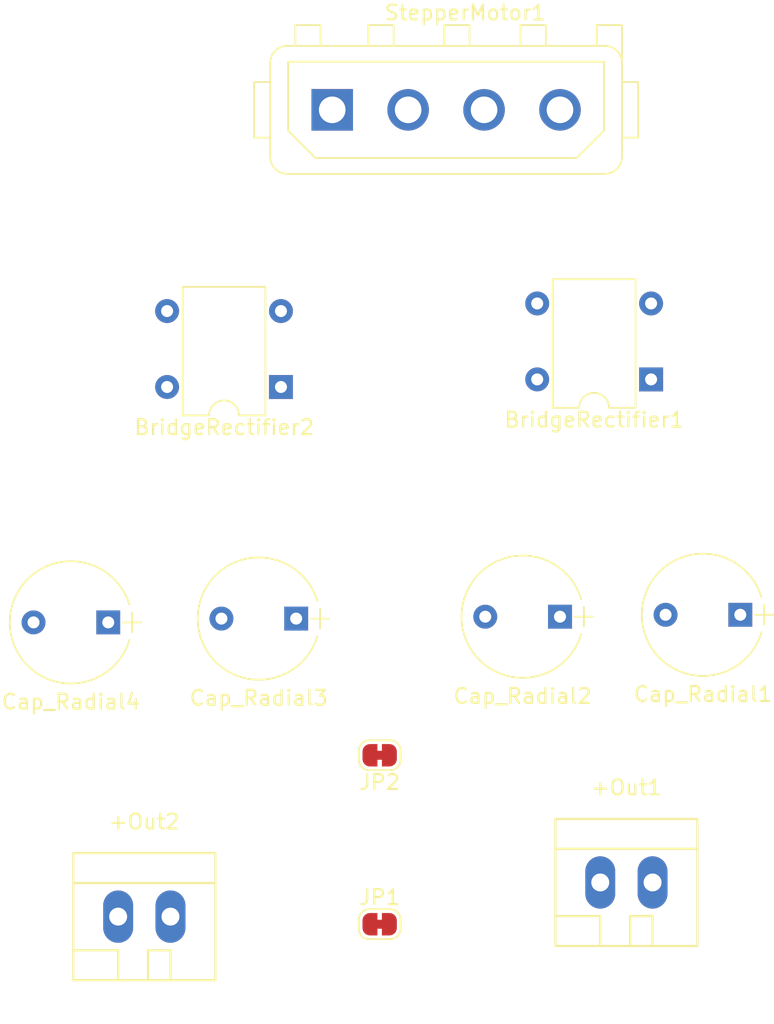
<source format=kicad_pcb>
(kicad_pcb (version 20171130) (host pcbnew 5.1.10-88a1d61d58~90~ubuntu20.04.1)

  (general
    (thickness 1.6)
    (drawings 0)
    (tracks 0)
    (zones 0)
    (modules 11)
    (nets 9)
  )

  (page A4)
  (layers
    (0 F.Cu signal)
    (31 B.Cu signal)
    (32 B.Adhes user)
    (33 F.Adhes user)
    (34 B.Paste user)
    (35 F.Paste user)
    (36 B.SilkS user)
    (37 F.SilkS user)
    (38 B.Mask user)
    (39 F.Mask user)
    (40 Dwgs.User user)
    (41 Cmts.User user)
    (42 Eco1.User user)
    (43 Eco2.User user)
    (44 Edge.Cuts user)
    (45 Margin user)
    (46 B.CrtYd user)
    (47 F.CrtYd user)
    (48 B.Fab user)
    (49 F.Fab user)
  )

  (setup
    (last_trace_width 0.25)
    (trace_clearance 0.2)
    (zone_clearance 0.508)
    (zone_45_only no)
    (trace_min 0.2)
    (via_size 0.8)
    (via_drill 0.4)
    (via_min_size 0.4)
    (via_min_drill 0.3)
    (uvia_size 0.3)
    (uvia_drill 0.1)
    (uvias_allowed no)
    (uvia_min_size 0.2)
    (uvia_min_drill 0.1)
    (edge_width 0.05)
    (segment_width 0.2)
    (pcb_text_width 0.3)
    (pcb_text_size 1.5 1.5)
    (mod_edge_width 0.12)
    (mod_text_size 1 1)
    (mod_text_width 0.15)
    (pad_size 1.524 1.524)
    (pad_drill 0.762)
    (pad_to_mask_clearance 0.051)
    (solder_mask_min_width 0.25)
    (aux_axis_origin 0 0)
    (visible_elements FFFFEF7F)
    (pcbplotparams
      (layerselection 0x010fc_ffffffff)
      (usegerberextensions false)
      (usegerberattributes false)
      (usegerberadvancedattributes false)
      (creategerberjobfile false)
      (excludeedgelayer true)
      (linewidth 0.100000)
      (plotframeref false)
      (viasonmask false)
      (mode 1)
      (useauxorigin false)
      (hpglpennumber 1)
      (hpglpenspeed 20)
      (hpglpendiameter 15.000000)
      (psnegative false)
      (psa4output false)
      (plotreference true)
      (plotvalue true)
      (plotinvisibletext false)
      (padsonsilk false)
      (subtractmaskfromsilk false)
      (outputformat 1)
      (mirror false)
      (drillshape 1)
      (scaleselection 1)
      (outputdirectory ""))
  )

  (net 0 "")
  (net 1 "Net-(BridgeRectifier1-Pad2)")
  (net 2 "Net-(BridgeRectifier1-Pad3)")
  (net 3 "Net-(BridgeRectifier2-Pad3)")
  (net 4 "Net-(BridgeRectifier2-Pad2)")
  (net 5 GND1)
  (net 6 VCC)
  (net 7 VDD)
  (net 8 GND2)

  (net_class Default "This is the default net class."
    (clearance 0.2)
    (trace_width 0.25)
    (via_dia 0.8)
    (via_drill 0.4)
    (uvia_dia 0.3)
    (uvia_drill 0.1)
    (add_net GND1)
    (add_net GND2)
    (add_net "Net-(BridgeRectifier1-Pad2)")
    (add_net "Net-(BridgeRectifier1-Pad3)")
    (add_net "Net-(BridgeRectifier2-Pad2)")
    (add_net "Net-(BridgeRectifier2-Pad3)")
    (add_net VCC)
    (add_net VDD)
  )

  (module Connectors_WAGO:WAGO_734_2pin_Straight_RuggedPads (layer F.Cu) (tedit 0) (tstamp 6100758C)
    (at 106.045 101.219)
    (descr "WAGO, Serie 734, Socket, Stiftleiste, 2 polig, 2 pin, rugged Pads, straight, gerade, Date 05Jul2010,")
    (tags "WAGO, Serie 734, Socket, Stiftleiste, 2 polig, 2 pin, rugged Pads, straight, gerade, Date 05Jul2010,")
    (path /6101AECC)
    (fp_text reference +Out1 (at 0 -6.35) (layer F.SilkS)
      (effects (font (size 1 1) (thickness 0.15)))
    )
    (fp_text value -Out (at 0 6.35) (layer F.Fab)
      (effects (font (size 1 1) (thickness 0.15)))
    )
    (fp_line (start -4.7498 -2.25044) (end 4.7498 -2.25044) (layer F.SilkS) (width 0.15))
    (fp_line (start 0.24892 4.24942) (end 0.24892 2.25044) (layer F.SilkS) (width 0.15))
    (fp_line (start 0.24892 2.25044) (end 1.75006 2.25044) (layer F.SilkS) (width 0.15))
    (fp_line (start 1.75006 2.25044) (end 1.75006 4.24942) (layer F.SilkS) (width 0.15))
    (fp_line (start -4.7498 2.25044) (end -1.75006 2.25044) (layer F.SilkS) (width 0.15))
    (fp_line (start -1.75006 2.25044) (end -1.75006 4.20116) (layer F.SilkS) (width 0.15))
    (fp_line (start 4.7498 4.24942) (end 4.7498 -4.24942) (layer F.SilkS) (width 0.15))
    (fp_line (start 4.7498 -4.24942) (end -4.7498 -4.24942) (layer F.SilkS) (width 0.15))
    (fp_line (start -4.7498 -4.24942) (end -4.7498 4.24942) (layer F.SilkS) (width 0.15))
    (fp_line (start -4.7498 4.24942) (end 4.7498 4.24942) (layer F.SilkS) (width 0.15))
    (pad 1 thru_hole oval (at -1.75006 0) (size 1.99898 3.50012) (drill 1.19888) (layers *.Cu *.Mask)
      (net 5 GND1))
    (pad 2 thru_hole oval (at 1.75006 0) (size 1.99898 3.50012) (drill 1.19888) (layers *.Cu *.Mask)
      (net 6 VCC))
  )

  (module Connectors_WAGO:WAGO_734_2pin_Straight_RuggedPads (layer F.Cu) (tedit 0) (tstamp 6100759C)
    (at 73.787 103.505)
    (descr "WAGO, Serie 734, Socket, Stiftleiste, 2 polig, 2 pin, rugged Pads, straight, gerade, Date 05Jul2010,")
    (tags "WAGO, Serie 734, Socket, Stiftleiste, 2 polig, 2 pin, rugged Pads, straight, gerade, Date 05Jul2010,")
    (path /6101CD8E)
    (fp_text reference +Out2 (at 0 -6.35) (layer F.SilkS)
      (effects (font (size 1 1) (thickness 0.15)))
    )
    (fp_text value -Out (at 0 6.35) (layer F.Fab)
      (effects (font (size 1 1) (thickness 0.15)))
    )
    (fp_line (start -4.7498 4.24942) (end 4.7498 4.24942) (layer F.SilkS) (width 0.15))
    (fp_line (start -4.7498 -4.24942) (end -4.7498 4.24942) (layer F.SilkS) (width 0.15))
    (fp_line (start 4.7498 -4.24942) (end -4.7498 -4.24942) (layer F.SilkS) (width 0.15))
    (fp_line (start 4.7498 4.24942) (end 4.7498 -4.24942) (layer F.SilkS) (width 0.15))
    (fp_line (start -1.75006 2.25044) (end -1.75006 4.20116) (layer F.SilkS) (width 0.15))
    (fp_line (start -4.7498 2.25044) (end -1.75006 2.25044) (layer F.SilkS) (width 0.15))
    (fp_line (start 1.75006 2.25044) (end 1.75006 4.24942) (layer F.SilkS) (width 0.15))
    (fp_line (start 0.24892 2.25044) (end 1.75006 2.25044) (layer F.SilkS) (width 0.15))
    (fp_line (start 0.24892 4.24942) (end 0.24892 2.25044) (layer F.SilkS) (width 0.15))
    (fp_line (start -4.7498 -2.25044) (end 4.7498 -2.25044) (layer F.SilkS) (width 0.15))
    (pad 2 thru_hole oval (at 1.75006 0) (size 1.99898 3.50012) (drill 1.19888) (layers *.Cu *.Mask)
      (net 7 VDD))
    (pad 1 thru_hole oval (at -1.75006 0) (size 1.99898 3.50012) (drill 1.19888) (layers *.Cu *.Mask)
      (net 8 GND2))
  )

  (module Diodes_THT:Diode_Bridge_DIP-4_W7.62mm_P5.08mm (layer F.Cu) (tedit 59213888) (tstamp 610075B4)
    (at 107.696 67.564 180)
    (descr "4-lead dip package for diode bridges, row spacing 7.62 mm (300 mils), see http://cdn-reichelt.de/documents/datenblatt/A400/HDBL101G_20SERIES-TSC.pdf")
    (tags "DIL DIP PDIP 5.08mm 7.62mm 300mil")
    (path /610183F6)
    (fp_text reference BridgeRectifier1 (at 3.8 -2.7) (layer F.SilkS)
      (effects (font (size 1 1) (thickness 0.15)))
    )
    (fp_text value "DIP 4 Pins" (at 3.8 7.8) (layer F.Fab)
      (effects (font (size 1 1) (thickness 0.15)))
    )
    (fp_line (start 8.67 6.85) (end -1.05 6.85) (layer F.CrtYd) (width 0.05))
    (fp_line (start 8.67 6.85) (end 8.67 -2.05) (layer F.CrtYd) (width 0.05))
    (fp_line (start -1.05 -2.05) (end -1.05 6.85) (layer F.CrtYd) (width 0.05))
    (fp_line (start -1.05 -2.05) (end 8.67 -2.05) (layer F.CrtYd) (width 0.05))
    (fp_line (start 1.635 -1.8) (end 6.985 -1.8) (layer F.Fab) (width 0.1))
    (fp_line (start 6.985 -1.8) (end 6.985 6.6) (layer F.Fab) (width 0.1))
    (fp_line (start 6.985 6.6) (end 0.635 6.6) (layer F.Fab) (width 0.1))
    (fp_line (start 0.635 6.6) (end 0.635 -0.8) (layer F.Fab) (width 0.1))
    (fp_line (start 0.635 -0.8) (end 1.635 -1.8) (layer F.Fab) (width 0.1))
    (fp_line (start 2.81 -1.9) (end 1.04 -1.9) (layer F.SilkS) (width 0.12))
    (fp_line (start 1.04 -1.9) (end 1.04 6.7) (layer F.SilkS) (width 0.12))
    (fp_line (start 1.04 6.7) (end 6.58 6.7) (layer F.SilkS) (width 0.12))
    (fp_line (start 6.58 6.7) (end 6.58 -1.9) (layer F.SilkS) (width 0.12))
    (fp_line (start 6.58 -1.9) (end 4.81 -1.9) (layer F.SilkS) (width 0.12))
    (fp_text user %R (at 3.81 2.54) (layer F.Fab)
      (effects (font (size 1 1) (thickness 0.15)))
    )
    (fp_arc (start 3.81 -1.9) (end 2.81 -1.9) (angle -180) (layer F.SilkS) (width 0.12))
    (pad 4 thru_hole oval (at 7.62 0 180) (size 1.6 1.6) (drill 0.8) (layers *.Cu *.Mask)
      (net 5 GND1))
    (pad 2 thru_hole oval (at 0 5.08 180) (size 1.6 1.6) (drill 0.8) (layers *.Cu *.Mask)
      (net 1 "Net-(BridgeRectifier1-Pad2)"))
    (pad 3 thru_hole oval (at 7.62 5.08 180) (size 1.6 1.6) (drill 0.8) (layers *.Cu *.Mask)
      (net 2 "Net-(BridgeRectifier1-Pad3)"))
    (pad 1 thru_hole rect (at 0 0 180) (size 1.6 1.6) (drill 0.8) (layers *.Cu *.Mask)
      (net 6 VCC))
    (model ${KISYS3DMOD}/Diodes_THT.3dshapes/Diode_Bridge_DIP-4_W7.62mm_P5.08mm.wrl
      (at (xyz 0 0 0))
      (scale (xyz 1 1 1))
      (rotate (xyz 0 0 0))
    )
  )

  (module Diodes_THT:Diode_Bridge_DIP-4_W7.62mm_P5.08mm (layer F.Cu) (tedit 59213888) (tstamp 610075CC)
    (at 82.931 68.072 180)
    (descr "4-lead dip package for diode bridges, row spacing 7.62 mm (300 mils), see http://cdn-reichelt.de/documents/datenblatt/A400/HDBL101G_20SERIES-TSC.pdf")
    (tags "DIL DIP PDIP 5.08mm 7.62mm 300mil")
    (path /61015125)
    (fp_text reference BridgeRectifier2 (at 3.8 -2.7) (layer F.SilkS)
      (effects (font (size 1 1) (thickness 0.15)))
    )
    (fp_text value "DIP 4 Pins" (at 3.8 7.8) (layer F.Fab)
      (effects (font (size 1 1) (thickness 0.15)))
    )
    (fp_line (start 6.58 -1.9) (end 4.81 -1.9) (layer F.SilkS) (width 0.12))
    (fp_line (start 6.58 6.7) (end 6.58 -1.9) (layer F.SilkS) (width 0.12))
    (fp_line (start 1.04 6.7) (end 6.58 6.7) (layer F.SilkS) (width 0.12))
    (fp_line (start 1.04 -1.9) (end 1.04 6.7) (layer F.SilkS) (width 0.12))
    (fp_line (start 2.81 -1.9) (end 1.04 -1.9) (layer F.SilkS) (width 0.12))
    (fp_line (start 0.635 -0.8) (end 1.635 -1.8) (layer F.Fab) (width 0.1))
    (fp_line (start 0.635 6.6) (end 0.635 -0.8) (layer F.Fab) (width 0.1))
    (fp_line (start 6.985 6.6) (end 0.635 6.6) (layer F.Fab) (width 0.1))
    (fp_line (start 6.985 -1.8) (end 6.985 6.6) (layer F.Fab) (width 0.1))
    (fp_line (start 1.635 -1.8) (end 6.985 -1.8) (layer F.Fab) (width 0.1))
    (fp_line (start -1.05 -2.05) (end 8.67 -2.05) (layer F.CrtYd) (width 0.05))
    (fp_line (start -1.05 -2.05) (end -1.05 6.85) (layer F.CrtYd) (width 0.05))
    (fp_line (start 8.67 6.85) (end 8.67 -2.05) (layer F.CrtYd) (width 0.05))
    (fp_line (start 8.67 6.85) (end -1.05 6.85) (layer F.CrtYd) (width 0.05))
    (fp_arc (start 3.81 -1.9) (end 2.81 -1.9) (angle -180) (layer F.SilkS) (width 0.12))
    (fp_text user %R (at 3.81 2.54) (layer F.Fab)
      (effects (font (size 1 1) (thickness 0.15)))
    )
    (pad 1 thru_hole rect (at 0 0 180) (size 1.6 1.6) (drill 0.8) (layers *.Cu *.Mask)
      (net 7 VDD))
    (pad 3 thru_hole oval (at 7.62 5.08 180) (size 1.6 1.6) (drill 0.8) (layers *.Cu *.Mask)
      (net 3 "Net-(BridgeRectifier2-Pad3)"))
    (pad 2 thru_hole oval (at 0 5.08 180) (size 1.6 1.6) (drill 0.8) (layers *.Cu *.Mask)
      (net 4 "Net-(BridgeRectifier2-Pad2)"))
    (pad 4 thru_hole oval (at 7.62 0 180) (size 1.6 1.6) (drill 0.8) (layers *.Cu *.Mask)
      (net 8 GND2))
    (model ${KISYS3DMOD}/Diodes_THT.3dshapes/Diode_Bridge_DIP-4_W7.62mm_P5.08mm.wrl
      (at (xyz 0 0 0))
      (scale (xyz 1 1 1))
      (rotate (xyz 0 0 0))
    )
  )

  (module Capacitors_THT:CP_Radial_Tantal_D8.0mm_P5.00mm (layer F.Cu) (tedit 597C781B) (tstamp 610075DF)
    (at 113.665 83.312 180)
    (descr "CP, Radial_Tantal series, Radial, pin pitch=5.00mm, , diameter=8.0mm, Tantal Electrolytic Capacitor, http://cdn-reichelt.de/documents/datenblatt/B300/TANTAL-TB-Serie%23.pdf")
    (tags "CP Radial_Tantal series Radial pin pitch 5.00mm  diameter 8.0mm Tantal Electrolytic Capacitor")
    (path /610010FB)
    (fp_text reference Cap_Radial1 (at 2.5 -5.31) (layer F.SilkS)
      (effects (font (size 1 1) (thickness 0.15)))
    )
    (fp_text value CP (at 2.5 5.31) (layer F.Fab)
      (effects (font (size 1 1) (thickness 0.15)))
    )
    (fp_circle (center 2.5 0) (end 6.5 0) (layer F.Fab) (width 0.1))
    (fp_line (start -2.2 0) (end -1 0) (layer F.Fab) (width 0.1))
    (fp_line (start -1.6 -0.65) (end -1.6 0.65) (layer F.Fab) (width 0.1))
    (fp_line (start -2.2 0) (end -1 0) (layer F.SilkS) (width 0.12))
    (fp_line (start -1.6 -0.65) (end -1.6 0.65) (layer F.SilkS) (width 0.12))
    (fp_line (start -1.85 -4.35) (end -1.85 4.35) (layer F.CrtYd) (width 0.05))
    (fp_line (start -1.85 4.35) (end 6.85 4.35) (layer F.CrtYd) (width 0.05))
    (fp_line (start 6.85 4.35) (end 6.85 -4.35) (layer F.CrtYd) (width 0.05))
    (fp_line (start 6.85 -4.35) (end -1.85 -4.35) (layer F.CrtYd) (width 0.05))
    (fp_text user %R (at 2.5 0) (layer F.Fab)
      (effects (font (size 1 1) (thickness 0.15)))
    )
    (fp_arc (start 2.5 0) (end 6.416082 -1.18) (angle 33.5) (layer F.SilkS) (width 0.12))
    (fp_arc (start 2.5 0) (end -1.416082 1.18) (angle -146.5) (layer F.SilkS) (width 0.12))
    (fp_arc (start 2.5 0) (end -1.416082 -1.18) (angle 146.5) (layer F.SilkS) (width 0.12))
    (pad 2 thru_hole circle (at 5 0 180) (size 1.6 1.6) (drill 0.8) (layers *.Cu *.Mask)
      (net 2 "Net-(BridgeRectifier1-Pad3)"))
    (pad 1 thru_hole rect (at 0 0 180) (size 1.6 1.6) (drill 0.8) (layers *.Cu *.Mask)
      (net 6 VCC))
    (model ${KISYS3DMOD}/Capacitors_THT.3dshapes/CP_Radial_Tantal_D8.0mm_P5.00mm.wrl
      (at (xyz 0 0 0))
      (scale (xyz 1 1 1))
      (rotate (xyz 0 0 0))
    )
  )

  (module Capacitors_THT:CP_Radial_Tantal_D8.0mm_P5.00mm (layer F.Cu) (tedit 597C781B) (tstamp 610075F2)
    (at 101.6 83.439 180)
    (descr "CP, Radial_Tantal series, Radial, pin pitch=5.00mm, , diameter=8.0mm, Tantal Electrolytic Capacitor, http://cdn-reichelt.de/documents/datenblatt/B300/TANTAL-TB-Serie%23.pdf")
    (tags "CP Radial_Tantal series Radial pin pitch 5.00mm  diameter 8.0mm Tantal Electrolytic Capacitor")
    (path /61001A91)
    (fp_text reference Cap_Radial2 (at 2.5 -5.31) (layer F.SilkS)
      (effects (font (size 1 1) (thickness 0.15)))
    )
    (fp_text value CP (at 2.5 5.31) (layer F.Fab)
      (effects (font (size 1 1) (thickness 0.15)))
    )
    (fp_line (start 6.85 -4.35) (end -1.85 -4.35) (layer F.CrtYd) (width 0.05))
    (fp_line (start 6.85 4.35) (end 6.85 -4.35) (layer F.CrtYd) (width 0.05))
    (fp_line (start -1.85 4.35) (end 6.85 4.35) (layer F.CrtYd) (width 0.05))
    (fp_line (start -1.85 -4.35) (end -1.85 4.35) (layer F.CrtYd) (width 0.05))
    (fp_line (start -1.6 -0.65) (end -1.6 0.65) (layer F.SilkS) (width 0.12))
    (fp_line (start -2.2 0) (end -1 0) (layer F.SilkS) (width 0.12))
    (fp_line (start -1.6 -0.65) (end -1.6 0.65) (layer F.Fab) (width 0.1))
    (fp_line (start -2.2 0) (end -1 0) (layer F.Fab) (width 0.1))
    (fp_circle (center 2.5 0) (end 6.5 0) (layer F.Fab) (width 0.1))
    (fp_arc (start 2.5 0) (end -1.416082 -1.18) (angle 146.5) (layer F.SilkS) (width 0.12))
    (fp_arc (start 2.5 0) (end -1.416082 1.18) (angle -146.5) (layer F.SilkS) (width 0.12))
    (fp_arc (start 2.5 0) (end 6.416082 -1.18) (angle 33.5) (layer F.SilkS) (width 0.12))
    (fp_text user %R (at 2.5 0) (layer F.Fab)
      (effects (font (size 1 1) (thickness 0.15)))
    )
    (pad 1 thru_hole rect (at 0 0 180) (size 1.6 1.6) (drill 0.8) (layers *.Cu *.Mask)
      (net 2 "Net-(BridgeRectifier1-Pad3)"))
    (pad 2 thru_hole circle (at 5 0 180) (size 1.6 1.6) (drill 0.8) (layers *.Cu *.Mask)
      (net 5 GND1))
    (model ${KISYS3DMOD}/Capacitors_THT.3dshapes/CP_Radial_Tantal_D8.0mm_P5.00mm.wrl
      (at (xyz 0 0 0))
      (scale (xyz 1 1 1))
      (rotate (xyz 0 0 0))
    )
  )

  (module Capacitors_THT:CP_Radial_Tantal_D8.0mm_P5.00mm (layer F.Cu) (tedit 597C781B) (tstamp 61007605)
    (at 83.947 83.566 180)
    (descr "CP, Radial_Tantal series, Radial, pin pitch=5.00mm, , diameter=8.0mm, Tantal Electrolytic Capacitor, http://cdn-reichelt.de/documents/datenblatt/B300/TANTAL-TB-Serie%23.pdf")
    (tags "CP Radial_Tantal series Radial pin pitch 5.00mm  diameter 8.0mm Tantal Electrolytic Capacitor")
    (path /6101512F)
    (fp_text reference Cap_Radial3 (at 2.5 -5.31) (layer F.SilkS)
      (effects (font (size 1 1) (thickness 0.15)))
    )
    (fp_text value CP (at 2.5 5.31) (layer F.Fab)
      (effects (font (size 1 1) (thickness 0.15)))
    )
    (fp_circle (center 2.5 0) (end 6.5 0) (layer F.Fab) (width 0.1))
    (fp_line (start -2.2 0) (end -1 0) (layer F.Fab) (width 0.1))
    (fp_line (start -1.6 -0.65) (end -1.6 0.65) (layer F.Fab) (width 0.1))
    (fp_line (start -2.2 0) (end -1 0) (layer F.SilkS) (width 0.12))
    (fp_line (start -1.6 -0.65) (end -1.6 0.65) (layer F.SilkS) (width 0.12))
    (fp_line (start -1.85 -4.35) (end -1.85 4.35) (layer F.CrtYd) (width 0.05))
    (fp_line (start -1.85 4.35) (end 6.85 4.35) (layer F.CrtYd) (width 0.05))
    (fp_line (start 6.85 4.35) (end 6.85 -4.35) (layer F.CrtYd) (width 0.05))
    (fp_line (start 6.85 -4.35) (end -1.85 -4.35) (layer F.CrtYd) (width 0.05))
    (fp_text user %R (at 2.5 0) (layer F.Fab)
      (effects (font (size 1 1) (thickness 0.15)))
    )
    (fp_arc (start 2.5 0) (end 6.416082 -1.18) (angle 33.5) (layer F.SilkS) (width 0.12))
    (fp_arc (start 2.5 0) (end -1.416082 1.18) (angle -146.5) (layer F.SilkS) (width 0.12))
    (fp_arc (start 2.5 0) (end -1.416082 -1.18) (angle 146.5) (layer F.SilkS) (width 0.12))
    (pad 2 thru_hole circle (at 5 0 180) (size 1.6 1.6) (drill 0.8) (layers *.Cu *.Mask)
      (net 3 "Net-(BridgeRectifier2-Pad3)"))
    (pad 1 thru_hole rect (at 0 0 180) (size 1.6 1.6) (drill 0.8) (layers *.Cu *.Mask)
      (net 7 VDD))
    (model ${KISYS3DMOD}/Capacitors_THT.3dshapes/CP_Radial_Tantal_D8.0mm_P5.00mm.wrl
      (at (xyz 0 0 0))
      (scale (xyz 1 1 1))
      (rotate (xyz 0 0 0))
    )
  )

  (module Capacitors_THT:CP_Radial_Tantal_D8.0mm_P5.00mm (layer F.Cu) (tedit 597C781B) (tstamp 61007618)
    (at 71.374 83.82 180)
    (descr "CP, Radial_Tantal series, Radial, pin pitch=5.00mm, , diameter=8.0mm, Tantal Electrolytic Capacitor, http://cdn-reichelt.de/documents/datenblatt/B300/TANTAL-TB-Serie%23.pdf")
    (tags "CP Radial_Tantal series Radial pin pitch 5.00mm  diameter 8.0mm Tantal Electrolytic Capacitor")
    (path /61015139)
    (fp_text reference Cap_Radial4 (at 2.5 -5.31) (layer F.SilkS)
      (effects (font (size 1 1) (thickness 0.15)))
    )
    (fp_text value CP (at 2.5 5.31) (layer F.Fab)
      (effects (font (size 1 1) (thickness 0.15)))
    )
    (fp_line (start 6.85 -4.35) (end -1.85 -4.35) (layer F.CrtYd) (width 0.05))
    (fp_line (start 6.85 4.35) (end 6.85 -4.35) (layer F.CrtYd) (width 0.05))
    (fp_line (start -1.85 4.35) (end 6.85 4.35) (layer F.CrtYd) (width 0.05))
    (fp_line (start -1.85 -4.35) (end -1.85 4.35) (layer F.CrtYd) (width 0.05))
    (fp_line (start -1.6 -0.65) (end -1.6 0.65) (layer F.SilkS) (width 0.12))
    (fp_line (start -2.2 0) (end -1 0) (layer F.SilkS) (width 0.12))
    (fp_line (start -1.6 -0.65) (end -1.6 0.65) (layer F.Fab) (width 0.1))
    (fp_line (start -2.2 0) (end -1 0) (layer F.Fab) (width 0.1))
    (fp_circle (center 2.5 0) (end 6.5 0) (layer F.Fab) (width 0.1))
    (fp_arc (start 2.5 0) (end -1.416082 -1.18) (angle 146.5) (layer F.SilkS) (width 0.12))
    (fp_arc (start 2.5 0) (end -1.416082 1.18) (angle -146.5) (layer F.SilkS) (width 0.12))
    (fp_arc (start 2.5 0) (end 6.416082 -1.18) (angle 33.5) (layer F.SilkS) (width 0.12))
    (fp_text user %R (at 2.5 0) (layer F.Fab)
      (effects (font (size 1 1) (thickness 0.15)))
    )
    (pad 1 thru_hole rect (at 0 0 180) (size 1.6 1.6) (drill 0.8) (layers *.Cu *.Mask)
      (net 3 "Net-(BridgeRectifier2-Pad3)"))
    (pad 2 thru_hole circle (at 5 0 180) (size 1.6 1.6) (drill 0.8) (layers *.Cu *.Mask)
      (net 8 GND2))
    (model ${KISYS3DMOD}/Capacitors_THT.3dshapes/CP_Radial_Tantal_D8.0mm_P5.00mm.wrl
      (at (xyz 0 0 0))
      (scale (xyz 1 1 1))
      (rotate (xyz 0 0 0))
    )
  )

  (module Connectors_TE-Connectivity:TE_MATE-N-LOK_350211-1_1x04_P5.08mm_Vertical (layer F.Cu) (tedit 5C696A5E) (tstamp 61007669)
    (at 86.36 49.53)
    (descr https://www.te.com/commerce/DocumentDelivery/DDEController?Action=showdoc&DocId=Customer+Drawing%7F350211%7FU5%7Fpdf%7FEnglish%7FENG_CD_350211_U5.pdf%7F350211-1)
    (tags "connector TE MATE-N-LOK top entry ATA PATA IDE 5.25 inch floppy drive power")
    (path /61016D3A)
    (fp_text reference StepperMotor1 (at 8.89 -6.5) (layer F.SilkS)
      (effects (font (size 1 1) (thickness 0.15)))
    )
    (fp_text value Stepper_Motor_bipolar (at 7.62 5.01) (layer F.Fab)
      (effects (font (size 1 1) (thickness 0.15)))
    )
    (fp_line (start 14.14 -5.52) (end 14.14 -4.13) (layer F.Fab) (width 0.1))
    (fp_line (start 12.75 -4.13) (end 12.75 -5.52) (layer F.Fab) (width 0.1))
    (fp_line (start 9.04 -5.52) (end 9.04 -4.13) (layer F.Fab) (width 0.1))
    (fp_line (start 7.65 -4.13) (end 7.65 -5.52) (layer F.Fab) (width 0.1))
    (fp_line (start 3.96 -5.52) (end 3.96 -4.13) (layer F.Fab) (width 0.1))
    (fp_line (start 2.57 -4.13) (end 2.57 -5.52) (layer F.Fab) (width 0.1))
    (fp_line (start -0.93 -5.52) (end -0.93 -4.13) (layer F.Fab) (width 0.1))
    (fp_line (start -2.32 -4.13) (end -2.32 -5.52) (layer F.Fab) (width 0.1))
    (fp_line (start -2.32 -5.52) (end -0.93 -5.52) (layer F.Fab) (width 0.1))
    (fp_line (start 2.57 -5.52) (end 3.96 -5.52) (layer F.Fab) (width 0.1))
    (fp_line (start 7.65 -5.52) (end 9.04 -5.52) (layer F.Fab) (width 0.1))
    (fp_line (start 12.75 -5.52) (end 14.14 -5.52) (layer F.Fab) (width 0.1))
    (fp_line (start 17.85 -4.13) (end 17.85 -5.52) (layer F.Fab) (width 0.1))
    (fp_line (start 17.85 -5.52) (end 19.24 -5.52) (layer F.Fab) (width 0.1))
    (fp_line (start -4 1.71) (end -5.08 1.71) (layer F.Fab) (width 0.1))
    (fp_line (start -5.08 -1.71) (end -4 -1.71) (layer F.Fab) (width 0.1))
    (fp_line (start -5.08 1.71) (end -5.08 -1.71) (layer F.Fab) (width 0.1))
    (fp_line (start 19.24 1.71) (end 20.32 1.71) (layer F.Fab) (width 0.1))
    (fp_line (start 20.32 -1.71) (end 19.24 -1.71) (layer F.Fab) (width 0.1))
    (fp_line (start 20.32 1.71) (end 20.32 -1.71) (layer F.Fab) (width 0.1))
    (fp_line (start -4 -2.99) (end -4 2.99) (layer F.Fab) (width 0.1))
    (fp_line (start 19.24 2.99) (end 19.24 -5.52) (layer F.Fab) (width 0.1))
    (fp_line (start -2.86 4.13) (end 18.1 4.13) (layer F.Fab) (width 0.1))
    (fp_line (start 18.1 -4.13) (end -2.86 -4.13) (layer F.Fab) (width 0.1))
    (fp_line (start -2.95 -3.22) (end 18.19 -3.22) (layer F.Fab) (width 0.1))
    (fp_line (start 18.19 -3.22) (end 18.19 1.39) (layer F.Fab) (width 0.1))
    (fp_line (start 18.19 1.39) (end 16.36 3.22) (layer F.Fab) (width 0.1))
    (fp_line (start 16.36 3.22) (end -1.12 3.22) (layer F.Fab) (width 0.1))
    (fp_line (start -1.12 3.22) (end -2.95 1.39) (layer F.Fab) (width 0.1))
    (fp_line (start -2.95 1.39) (end -2.95 -3.22) (layer F.Fab) (width 0.1))
    (fp_line (start 2.42 -5.67) (end 4.11 -5.67) (layer F.SilkS) (width 0.12))
    (fp_line (start 4.11 -5.67) (end 4.11 -4.28) (layer F.SilkS) (width 0.12))
    (fp_line (start 2.42 -4.28) (end 2.42 -5.67) (layer F.SilkS) (width 0.12))
    (fp_line (start 7.5 -4.28) (end 7.5 -5.67) (layer F.SilkS) (width 0.12))
    (fp_line (start 9.19 -5.67) (end 9.19 -4.28) (layer F.SilkS) (width 0.12))
    (fp_line (start 7.5 -5.67) (end 9.19 -5.67) (layer F.SilkS) (width 0.12))
    (fp_line (start 12.6 -5.67) (end 14.29 -5.67) (layer F.SilkS) (width 0.12))
    (fp_line (start 12.6 -4.28) (end 12.6 -5.67) (layer F.SilkS) (width 0.12))
    (fp_line (start 14.29 -5.67) (end 14.29 -4.28) (layer F.SilkS) (width 0.12))
    (fp_line (start -2.47 -4.28) (end -2.47 -5.67) (layer F.SilkS) (width 0.12))
    (fp_line (start -0.78 -5.67) (end -0.78 -4.28) (layer F.SilkS) (width 0.12))
    (fp_line (start -2.47 -5.67) (end -0.78 -5.67) (layer F.SilkS) (width 0.12))
    (fp_line (start 17.7 -5.67) (end 19.39 -5.67) (layer F.SilkS) (width 0.12))
    (fp_line (start 17.7 -4.28) (end 17.7 -5.67) (layer F.SilkS) (width 0.12))
    (fp_line (start -5.23 -1.86) (end -4.15 -1.86) (layer F.SilkS) (width 0.12))
    (fp_line (start -5.23 1.86) (end -5.23 -1.86) (layer F.SilkS) (width 0.12))
    (fp_line (start -4.15 1.86) (end -5.23 1.86) (layer F.SilkS) (width 0.12))
    (fp_line (start 20.47 -1.86) (end 19.39 -1.86) (layer F.SilkS) (width 0.12))
    (fp_line (start 20.47 1.86) (end 20.47 -1.86) (layer F.SilkS) (width 0.12))
    (fp_line (start 19.39 1.86) (end 20.47 1.86) (layer F.SilkS) (width 0.12))
    (fp_line (start -4.15 -3.14) (end -4.15 3.14) (layer F.SilkS) (width 0.12))
    (fp_line (start 18.25 -4.28) (end -3.01 -4.28) (layer F.SilkS) (width 0.12))
    (fp_line (start 19.39 3.14) (end 19.39 -5.67) (layer F.SilkS) (width 0.12))
    (fp_line (start -3.01 4.28) (end 18.25 4.28) (layer F.SilkS) (width 0.12))
    (fp_line (start -2.95 1.39) (end -2.95 -3.22) (layer F.SilkS) (width 0.12))
    (fp_line (start -1.12 3.22) (end -2.95 1.39) (layer F.SilkS) (width 0.12))
    (fp_line (start 16.36 3.22) (end -1.12 3.22) (layer F.SilkS) (width 0.12))
    (fp_line (start 18.19 1.39) (end 16.36 3.22) (layer F.SilkS) (width 0.12))
    (fp_line (start 18.19 -3.22) (end 18.19 1.39) (layer F.SilkS) (width 0.12))
    (fp_line (start -2.95 -3.22) (end 18.19 -3.22) (layer F.SilkS) (width 0.12))
    (fp_line (start -5.33 -5.77) (end -5.33 4.38) (layer F.CrtYd) (width 0.05))
    (fp_line (start 20.57 -5.77) (end -5.33 -5.77) (layer F.CrtYd) (width 0.05))
    (fp_line (start 20.57 4.38) (end 20.57 -5.77) (layer F.CrtYd) (width 0.05))
    (fp_line (start -5.33 4.38) (end 20.57 4.38) (layer F.CrtYd) (width 0.05))
    (fp_arc (start 18.25 -3.14) (end 19.39 -3.14) (angle -90) (layer F.SilkS) (width 0.12))
    (fp_arc (start 18.25 3.14) (end 18.25 4.28) (angle -90) (layer F.SilkS) (width 0.12))
    (fp_arc (start -3.01 -3.14) (end -3.01 -4.28) (angle -90) (layer F.SilkS) (width 0.12))
    (fp_arc (start -3.01 3.14) (end -4.15 3.14) (angle -90) (layer F.SilkS) (width 0.12))
    (fp_text user %R (at 8 0) (layer F.Fab)
      (effects (font (size 1 1) (thickness 0.15)))
    )
    (fp_arc (start 18.1 -2.99) (end 19.24 -2.99) (angle -90) (layer F.Fab) (width 0.1))
    (fp_arc (start -2.86 -2.99) (end -2.86 -4.13) (angle -90) (layer F.Fab) (width 0.1))
    (fp_arc (start 18.1 2.99) (end 18.1 4.13) (angle -90) (layer F.Fab) (width 0.1))
    (fp_arc (start -2.86 2.99) (end -4 2.99) (angle -90) (layer F.Fab) (width 0.1))
    (pad 1 thru_hole rect (at 0 0) (size 2.78 2.78) (drill 1.78) (layers *.Cu *.Mask)
      (net 4 "Net-(BridgeRectifier2-Pad2)"))
    (pad 2 thru_hole circle (at 5.08 0) (size 2.78 2.78) (drill 1.78) (layers *.Cu *.Mask)
      (net 3 "Net-(BridgeRectifier2-Pad3)"))
    (pad 3 thru_hole circle (at 10.16 0) (size 2.78 2.78) (drill 1.78) (layers *.Cu *.Mask)
      (net 2 "Net-(BridgeRectifier1-Pad3)"))
    (pad 4 thru_hole circle (at 15.24 0) (size 2.78 2.78) (drill 1.78) (layers *.Cu *.Mask)
      (net 1 "Net-(BridgeRectifier1-Pad2)"))
    (model ${KICAD6_3DMODEL_DIR}/Connector_TE-Connectivity.3dshapes/TE_MATE-N-LOK_350211-1_1x04_P5.08mm_Vertical.wrl
      (at (xyz 0 0 0))
      (scale (xyz 1 1 1))
      (rotate (xyz 0 0 0))
    )
  )

  (module Jumper:SolderJumper-2_P1.3mm_Bridged_RoundedPad1.0x1.5mm (layer F.Cu) (tedit 5C745284) (tstamp 61016C2B)
    (at 89.535 104.013)
    (descr "SMD Solder Jumper, 1x1.5mm, rounded Pads, 0.3mm gap, bridged with 1 copper strip")
    (tags "solder jumper open")
    (path /61027298)
    (attr virtual)
    (fp_text reference JP1 (at 0 -1.8) (layer F.SilkS)
      (effects (font (size 1 1) (thickness 0.15)))
    )
    (fp_text value "+ve tie" (at 0 1.9) (layer F.Fab)
      (effects (font (size 1 1) (thickness 0.15)))
    )
    (fp_poly (pts (xy 0.25 -0.3) (xy -0.25 -0.3) (xy -0.25 0.3) (xy 0.25 0.3)) (layer F.Cu) (width 0))
    (fp_line (start 1.65 1.25) (end -1.65 1.25) (layer F.CrtYd) (width 0.05))
    (fp_line (start 1.65 1.25) (end 1.65 -1.25) (layer F.CrtYd) (width 0.05))
    (fp_line (start -1.65 -1.25) (end -1.65 1.25) (layer F.CrtYd) (width 0.05))
    (fp_line (start -1.65 -1.25) (end 1.65 -1.25) (layer F.CrtYd) (width 0.05))
    (fp_line (start -0.7 -1) (end 0.7 -1) (layer F.SilkS) (width 0.12))
    (fp_line (start 1.4 -0.3) (end 1.4 0.3) (layer F.SilkS) (width 0.12))
    (fp_line (start 0.7 1) (end -0.7 1) (layer F.SilkS) (width 0.12))
    (fp_line (start -1.4 0.3) (end -1.4 -0.3) (layer F.SilkS) (width 0.12))
    (fp_arc (start 0.7 -0.3) (end 1.4 -0.3) (angle -90) (layer F.SilkS) (width 0.12))
    (fp_arc (start 0.7 0.3) (end 0.7 1) (angle -90) (layer F.SilkS) (width 0.12))
    (fp_arc (start -0.7 0.3) (end -1.4 0.3) (angle -90) (layer F.SilkS) (width 0.12))
    (fp_arc (start -0.7 -0.3) (end -0.7 -1) (angle -90) (layer F.SilkS) (width 0.12))
    (pad 2 smd custom (at 0.65 0) (size 1 0.5) (layers F.Cu F.Mask)
      (net 7 VDD) (zone_connect 2)
      (options (clearance outline) (anchor rect))
      (primitives
        (gr_circle (center 0 0.25) (end 0.5 0.25) (width 0))
        (gr_circle (center 0 -0.25) (end 0.5 -0.25) (width 0))
        (gr_poly (pts
           (xy 0 -0.75) (xy -0.5 -0.75) (xy -0.5 0.75) (xy 0 0.75)) (width 0))
      ))
    (pad 1 smd custom (at -0.65 0) (size 1 0.5) (layers F.Cu F.Mask)
      (net 6 VCC) (zone_connect 2)
      (options (clearance outline) (anchor rect))
      (primitives
        (gr_circle (center 0 0.25) (end 0.5 0.25) (width 0))
        (gr_circle (center 0 -0.25) (end 0.5 -0.25) (width 0))
        (gr_poly (pts
           (xy 0 -0.75) (xy 0.5 -0.75) (xy 0.5 0.75) (xy 0 0.75)) (width 0))
      ))
  )

  (module Jumper:SolderJumper-2_P1.3mm_Bridged_RoundedPad1.0x1.5mm (layer F.Cu) (tedit 5C745284) (tstamp 61016C3E)
    (at 89.535 92.71 180)
    (descr "SMD Solder Jumper, 1x1.5mm, rounded Pads, 0.3mm gap, bridged with 1 copper strip")
    (tags "solder jumper open")
    (path /6102784D)
    (attr virtual)
    (fp_text reference JP2 (at 0 -1.8) (layer F.SilkS)
      (effects (font (size 1 1) (thickness 0.15)))
    )
    (fp_text value "-ve tie" (at 0 1.9) (layer F.Fab)
      (effects (font (size 1 1) (thickness 0.15)))
    )
    (fp_arc (start -0.7 -0.3) (end -0.7 -1) (angle -90) (layer F.SilkS) (width 0.12))
    (fp_arc (start -0.7 0.3) (end -1.4 0.3) (angle -90) (layer F.SilkS) (width 0.12))
    (fp_arc (start 0.7 0.3) (end 0.7 1) (angle -90) (layer F.SilkS) (width 0.12))
    (fp_arc (start 0.7 -0.3) (end 1.4 -0.3) (angle -90) (layer F.SilkS) (width 0.12))
    (fp_line (start -1.4 0.3) (end -1.4 -0.3) (layer F.SilkS) (width 0.12))
    (fp_line (start 0.7 1) (end -0.7 1) (layer F.SilkS) (width 0.12))
    (fp_line (start 1.4 -0.3) (end 1.4 0.3) (layer F.SilkS) (width 0.12))
    (fp_line (start -0.7 -1) (end 0.7 -1) (layer F.SilkS) (width 0.12))
    (fp_line (start -1.65 -1.25) (end 1.65 -1.25) (layer F.CrtYd) (width 0.05))
    (fp_line (start -1.65 -1.25) (end -1.65 1.25) (layer F.CrtYd) (width 0.05))
    (fp_line (start 1.65 1.25) (end 1.65 -1.25) (layer F.CrtYd) (width 0.05))
    (fp_line (start 1.65 1.25) (end -1.65 1.25) (layer F.CrtYd) (width 0.05))
    (fp_poly (pts (xy 0.25 -0.3) (xy -0.25 -0.3) (xy -0.25 0.3) (xy 0.25 0.3)) (layer F.Cu) (width 0))
    (pad 1 smd custom (at -0.65 0 180) (size 1 0.5) (layers F.Cu F.Mask)
      (net 5 GND1) (zone_connect 2)
      (options (clearance outline) (anchor rect))
      (primitives
        (gr_circle (center 0 0.25) (end 0.5 0.25) (width 0))
        (gr_circle (center 0 -0.25) (end 0.5 -0.25) (width 0))
        (gr_poly (pts
           (xy 0 -0.75) (xy 0.5 -0.75) (xy 0.5 0.75) (xy 0 0.75)) (width 0))
      ))
    (pad 2 smd custom (at 0.65 0 180) (size 1 0.5) (layers F.Cu F.Mask)
      (net 8 GND2) (zone_connect 2)
      (options (clearance outline) (anchor rect))
      (primitives
        (gr_circle (center 0 0.25) (end 0.5 0.25) (width 0))
        (gr_circle (center 0 -0.25) (end 0.5 -0.25) (width 0))
        (gr_poly (pts
           (xy 0 -0.75) (xy -0.5 -0.75) (xy -0.5 0.75) (xy 0 0.75)) (width 0))
      ))
  )

)

</source>
